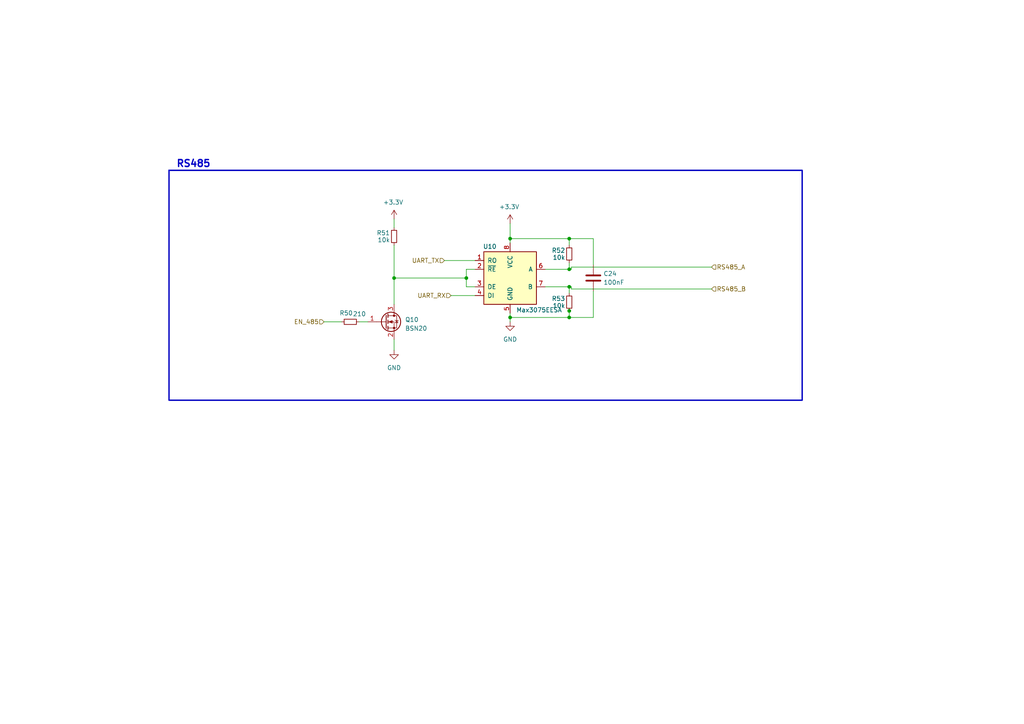
<source format=kicad_sch>
(kicad_sch (version 20250114) (generator "eeschema") (generator_version "9.0")
  (paper "A4")
  (lib_symbols
    (symbol "Device:C" (pin_numbers (hide yes)) (pin_names (offset 0.254))
      (property "Reference" "C" (at 0.635 2.54 0))
      (property "Value" "C" (at 0.635 -2.54 0))
      (symbol "C_0_1"
        (polyline (pts (xy -2.032 0.762) (xy 2.032 0.762)) (stroke (width 0.508)))
        (polyline (pts (xy -2.032 -0.762) (xy 2.032 -0.762)) (stroke (width 0.508)))
      )
      (symbol "C_1_1"
        (pin passive line (at 0 3.81 270) (length 2.794) (name "~") (number "1"))
        (pin passive line (at 0 -3.81 90) (length 2.794) (name "~") (number "2"))
      )
    )
    (symbol "Device:R_Small" (pin_numbers (hide yes)) (pin_names (offset 0.254) (hide yes))
      (property "Reference" "R" (at 0.762 0.508 0))
      (property "Value" "R_Small" (at 0.762 -1.016 0))
      (symbol "R_Small_0_1"
        (rectangle (start -0.762 1.778) (end 0.762 -1.778) (stroke (width 0.2032)))
      )
      (symbol "R_Small_1_1"
        (pin passive line (at 0 2.54 270) (length 0.762) (name "~") (number "1"))
        (pin passive line (at 0 -2.54 90) (length 0.762) (name "~") (number "2"))
      )
    )
    (symbol "Interface_UART:MAX3075E" (pin_names (offset 1.016))
      (property "Reference" "U" (at -7.62 8.89 0))
      (property "Value" "MAX3075E" (at 2.54 8.89 0))
      (symbol "MAX3075E_0_1"
        (rectangle (start -7.62 7.62) (end 7.62 -7.62) (stroke (width 0.254)) (fill (type background)))
      )
      (symbol "MAX3075E_1_1"
        (pin output line (at -10.16 5.08 0) (length 2.54) (name "RO") (number "1"))
        (pin input line (at -10.16 2.54 0) (length 2.54) (name "~{RE}") (number "2"))
        (pin input line (at -10.16 -2.54 0) (length 2.54) (name "DE") (number "3"))
        (pin input line (at -10.16 -5.08 0) (length 2.54) (name "DI") (number "4"))
        (pin power_in line (at 0 10.16 270) (length 2.54) (name "VCC") (number "8"))
        (pin power_in line (at 0 -10.16 90) (length 2.54) (name "GND") (number "5"))
        (pin bidirectional line (at 10.16 2.54 180) (length 2.54) (name "A") (number "6"))
        (pin bidirectional line (at 10.16 -2.54 180) (length 2.54) (name "B") (number "7"))
      )
    )
    (symbol "Transistor_FET:BSN20" (pin_names (hide yes))
      (property "Reference" "Q" (at 5.08 1.905 0))
      (property "Value" "BSN20" (at 5.08 0 0))
      (symbol "BSN20_0_1"
        (polyline (pts (xy 0.254 1.905) (xy 0.254 -1.905)) (stroke (width 0.254)))
        (polyline (pts (xy 0.254 0) (xy -2.54 0)))
        (polyline (pts (xy 0.762 2.286) (xy 0.762 1.27)) (stroke (width 0.254)))
        (polyline (pts (xy 0.762 0.508) (xy 0.762 -0.508)) (stroke (width 0.254)))
        (polyline (pts (xy 0.762 -1.27) (xy 0.762 -2.286)) (stroke (width 0.254)))
        (polyline (pts (xy 0.762 -1.778) (xy 3.302 -1.778) (xy 3.302 1.778) (xy 0.762 1.778)))
        (polyline (pts (xy 1.016 0) (xy 2.032 0.381) (xy 2.032 -0.381) (xy 1.016 0)) (fill (type outline)))
        (circle (center 1.651 0) (radius 2.794) (stroke (width 0.254)))
        (polyline (pts (xy 2.54 2.54) (xy 2.54 1.778)))
        (circle (center 2.54 1.778) (radius 0.254) (fill (type outline)))
        (circle (center 2.54 -1.778) (radius 0.254) (fill (type outline)))
        (polyline (pts (xy 2.54 -2.54) (xy 2.54 0) (xy 0.762 0)))
        (polyline (pts (xy 2.794 0.508) (xy 2.921 0.381) (xy 3.683 0.381) (xy 3.81 0.254)))
        (polyline (pts (xy 3.302 0.381) (xy 2.921 -0.254) (xy 3.683 -0.254) (xy 3.302 0.381)))
      )
      (symbol "BSN20_1_1"
        (pin input line (at -5.08 0 0) (length 2.54) (name "G") (number "1"))
        (pin passive line (at 2.54 5.08 270) (length 2.54) (name "D") (number "3"))
        (pin passive line (at 2.54 -5.08 90) (length 2.54) (name "S") (number "2"))
      )
    )
    (symbol "power:+3.3V" (power) (pin_names (offset 0))
      (property "Value" "+3.3V" (at 0 3.556 0))
      (symbol "+3.3V_0_1"
        (polyline (pts (xy -0.762 1.27) (xy 0 2.54)))
        (polyline (pts (xy 0 2.54) (xy 0.762 1.27)))
        (polyline (pts (xy 0 0) (xy 0 2.54)))
      )
      (symbol "+3.3V_1_1"
        (pin power_in line (at 0 0 90) (length 0) (hide yes) (name "+3.3V") (number "1"))
      )
    )
    (symbol "power:GND" (power) (pin_names (offset 0))
      (property "Value" "GND" (at 0 -3.81 0))
      (symbol "GND_0_1"
        (polyline (pts (xy 0 0) (xy 0 -1.27) (xy 1.27 -1.27) (xy 0 -2.54) (xy -1.27 -1.27) (xy 0 -1.27)))
      )
      (symbol "GND_1_1"
        (pin power_in line (at 0 0 270) (length 0) (hide yes) (name "GND") (number "1"))
      )
    )
  )
  (rectangle (start 49.022 49.403) (end 232.664 116.078) (stroke (width 0.4)))
  (text "RS485\n" (at 56.134 47.625 0) (effects (font (size 2 2) (thickness 0.4) (bold yes))))
  (junction (at 165.1 90.17))
  (junction (at 135.255 80.645))
  (junction (at 165.1 78.105))
  (junction (at 114.3 80.645))
  (junction (at 147.955 92.075))
  (junction (at 147.955 69.215))
  (junction (at 165.1 69.215))
  (junction (at 165.1 83.185))
  (junction (at 165.1 92.075))
  (wire (pts (xy 172.085 76.835) (xy 172.085 69.215)))
  (wire (pts (xy 172.085 84.455) (xy 172.085 92.075)))
  (wire (pts (xy 147.955 90.805) (xy 147.955 92.075)))
  (wire (pts (xy 135.255 80.645) (xy 135.255 83.185)))
  (wire (pts (xy 165.735 77.47) (xy 206.375 77.47)))
  (wire (pts (xy 128.905 75.565) (xy 137.795 75.565)))
  (wire (pts (xy 165.1 90.17) (xy 165.1 92.075)))
  (wire (pts (xy 158.115 78.105) (xy 165.1 78.105)))
  (wire (pts (xy 114.3 98.425) (xy 114.3 101.6)))
  (wire (pts (xy 147.955 92.075) (xy 147.955 93.345)))
  (wire (pts (xy 104.14 93.345) (xy 106.68 93.345)))
  (wire (pts (xy 135.255 83.185) (xy 137.795 83.185)))
  (wire (pts (xy 165.1 76.2) (xy 165.1 78.105)))
  (wire (pts (xy 114.3 80.645) (xy 114.3 88.265)))
  (wire (pts (xy 93.98 93.345) (xy 99.06 93.345)))
  (wire (pts (xy 114.3 71.12) (xy 114.3 80.645)))
  (wire (pts (xy 165.1 71.12) (xy 165.1 69.215)))
  (wire (pts (xy 165.735 83.185) (xy 165.1 83.185)))
  (wire (pts (xy 172.085 92.075) (xy 165.1 92.075)))
  (wire (pts (xy 165.735 83.82) (xy 165.735 83.185)))
  (wire (pts (xy 114.3 80.645) (xy 135.255 80.645)))
  (wire (pts (xy 165.1 89.535) (xy 165.1 90.17)))
  (wire (pts (xy 137.795 78.105) (xy 135.255 78.105)))
  (wire (pts (xy 158.115 83.185) (xy 165.1 83.185)))
  (wire (pts (xy 147.955 69.215) (xy 165.1 69.215)))
  (wire (pts (xy 135.255 78.105) (xy 135.255 80.645)))
  (wire (pts (xy 165.735 83.82) (xy 206.375 83.82)))
  (wire (pts (xy 147.955 69.215) (xy 147.955 70.485)))
  (wire (pts (xy 165.735 77.47) (xy 165.735 78.105)))
  (wire (pts (xy 147.955 64.8275) (xy 147.955 69.215)))
  (wire (pts (xy 114.3 63.5) (xy 114.3 66.04)))
  (wire (pts (xy 165.1 92.075) (xy 147.955 92.075)))
  (wire (pts (xy 165.1 83.185) (xy 165.1 85.09)))
  (wire (pts (xy 165.735 78.105) (xy 165.1 78.105)))
  (wire (pts (xy 172.085 69.215) (xy 165.1 69.215)))
  (wire (pts (xy 130.81 85.725) (xy 137.795 85.725)))
  (hierarchical_label "EN_485" (shape input) (at 93.98 93.345 180))
  (hierarchical_label "UART_RX" (shape input) (at 130.81 85.725 180))
  (hierarchical_label "RS485_A" (shape input) (at 206.375 77.47 0))
  (hierarchical_label "RS485_B" (shape input) (at 206.375 83.82 0))
  (hierarchical_label "UART_TX" (shape input) (at 128.905 75.565 180))
  (symbol (lib_id "power:GND") (at 147.955 93.345 0) (unit 1)
    (property "Reference" "#PWR087" (effects (hide yes)))
    (property "Value" "GND" (at 147.955 98.425 0))
  )
  (symbol (lib_id "Interface_UART:MAX3075E") (at 147.955 80.645 0) (unit 1)
    (property "Reference" "U10" (at 140.081 71.501 0) (effects (justify left)))
    (property "Value" "Max3075EESA" (at 149.733 89.916 0) (effects (justify left)))
    (property "Footprint" "Package_SO:SOIC-8_3.9x4.9mm_P1.27mm" (effects (hide yes)))
    (property "Datasheet" "https://datasheets.maximintegrated.com/en/ds/MAX3070E-MAX3079E.pdf" (effects (hide yes)))
    (property "DIGIKEY" "MAX3075EESA+-ND" (effects (hide yes)))
    (property "DigiKey" "MAX3075EESA+-ND" (effects (hide yes)))
  )
  (symbol (lib_id "Device:R_Small") (at 165.1 87.63 0) (unit 1)
    (property "Reference" "R53" (at 160.02 86.614 0) (effects (justify left)))
    (property "Value" "10k" (at 160.274 88.646 0) (effects (justify left)))
    (property "Footprint" "Resistor_SMD:R_0603_1608Metric_Pad0.98x0.95mm_HandSolder" (effects (hide yes)))
    (property "Description" "RES.(1608) 0603 10K Ohms 5% 1/10W-S 100PPM" (effects (hide yes)))
    (property "OZDISAN" "0603SAJ0103TDE" (effects (hide yes)))
  )
  (symbol (lib_id "power:+3.3V") (at 147.955 64.8275 0) (unit 1)
    (property "Reference" "#PWR086" (effects (hide yes)))
    (property "Value" "+3.3V" (at 147.701 60.0015 0))
  )
  (symbol (lib_id "Device:R_Small") (at 114.3 68.58 0) (unit 1)
    (property "Reference" "R51" (at 109.22 67.564 0) (effects (justify left)))
    (property "Value" "10k" (at 109.474 69.596 0) (effects (justify left)))
    (property "Footprint" "Resistor_SMD:R_0603_1608Metric_Pad0.98x0.95mm_HandSolder" (effects (hide yes)))
    (property "Description" "RES.(1608) 0603 10K Ohms 5% 1/10W-S 100PPM" (effects (hide yes)))
    (property "OZDISAN" "0603SAJ0103TDE" (effects (hide yes)))
  )
  (symbol (lib_id "Transistor_FET:BSN20") (at 111.76 93.345 0) (unit 1)
    (property "Reference" "Q10" (at 117.475 92.71 0) (effects (justify left)))
    (property "Value" "BSN20" (at 117.475 95.25 0) (effects (justify left)))
    (property "Footprint" "Package_TO_SOT_SMD:SOT-23" (effects (hide yes)))
    (property "Datasheet" "http://www.diodes.com/assets/Datasheets/ds31898.pdf" (effects (hide yes)))
    (property "DIGIKEY" "BSN20-7DITR-ND" (effects (hide yes)))
    (property "DigiKey" "BSN20-7DITR-ND" (effects (hide yes)))
    (property "OZDISAN" "BSN20BK" (effects (hide yes)))
  )
  (symbol (lib_id "Device:R_Small") (at 165.1 73.66 0) (unit 1)
    (property "Reference" "R52" (at 160.02 72.644 0) (effects (justify left)))
    (property "Value" "10k" (at 160.274 74.676 0) (effects (justify left)))
    (property "Footprint" "Resistor_SMD:R_0603_1608Metric_Pad0.98x0.95mm_HandSolder" (effects (hide yes)))
    (property "Description" "RES.(1608) 0603 10K Ohms 5% 1/10W-S 100PPM" (effects (hide yes)))
    (property "OZDISAN" "0603SAJ0103TDE" (effects (hide yes)))
  )
  (symbol (lib_id "power:GND") (at 114.3 101.6 0) (unit 1)
    (property "Reference" "#PWR085" (effects (hide yes)))
    (property "Value" "GND" (at 114.3 106.68 0))
  )
  (symbol (lib_id "Device:R_Small") (at 101.6 93.345 90) (unit 1)
    (property "Reference" "R50" (at 102.362 90.805 90) (effects (justify left)))
    (property "Value" "210" (at 106.172 91.059 90) (effects (justify left)))
    (property "Footprint" "Resistor_SMD:R_0603_1608Metric_Pad0.98x0.95mm_HandSolder" (effects (hide yes)))
    (property "Description" "RES SMD 0 OHM JUMPER 1/10W 0603" (effects (hide yes)))
    (property "DIGIKEY" "541-0.0GTR-ND" (effects (hide yes)))
    (property "DigiKey" "541-0.0GTR-ND" (effects (hide yes)))
    (property "OZDISAN" "0603SAF2100T5E" (effects (hide yes)))
  )
  (symbol (lib_id "Device:C") (at 172.085 80.645 0) (unit 1)
    (property "Reference" "C24" (at 175.006 79.3749 0) (effects (justify left)))
    (property "Value" "100nF" (at 175.006 81.9149 0) (effects (justify left)))
    (property "Footprint" "Capacitor_SMD:C_0603_1608Metric_Pad1.08x0.95mm_HandSolder" (effects (hide yes)))
    (property "Description" "100 nF ±10% 50V Ceramic Capacitor X7R 0402 (1005 Metric)" (effects (hide yes)))
    (property "DIGIKEY" "  3372-0402B104K500HITR-ND" (effects (hide yes)))
    (property "DigiKey" "  3372-0402B104K500HITR-ND" (effects (hide yes)))
    (property "OZDISAN" "CC0603KRX7R9BB104" (effects (hide yes)))
  )
  (symbol (lib_id "power:+3.3V") (at 114.3 63.5 0) (unit 1)
    (property "Reference" "#PWR084" (effects (hide yes)))
    (property "Value" "+3.3V" (at 114.046 58.674 0))
  )
)
</source>
